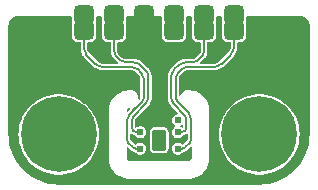
<source format=gbr>
%TF.GenerationSoftware,KiCad,Pcbnew,(7.0.0)*%
%TF.CreationDate,2023-06-10T23:31:31+02:00*%
%TF.ProjectId,TMP117 Breakout,544d5031-3137-4204-9272-65616b6f7574,rev?*%
%TF.SameCoordinates,Original*%
%TF.FileFunction,Copper,L2,Bot*%
%TF.FilePolarity,Positive*%
%FSLAX46Y46*%
G04 Gerber Fmt 4.6, Leading zero omitted, Abs format (unit mm)*
G04 Created by KiCad (PCBNEW (7.0.0)) date 2023-06-10 23:31:31*
%MOMM*%
%LPD*%
G01*
G04 APERTURE LIST*
G04 Aperture macros list*
%AMRoundRect*
0 Rectangle with rounded corners*
0 $1 Rounding radius*
0 $2 $3 $4 $5 $6 $7 $8 $9 X,Y pos of 4 corners*
0 Add a 4 corners polygon primitive as box body*
4,1,4,$2,$3,$4,$5,$6,$7,$8,$9,$2,$3,0*
0 Add four circle primitives for the rounded corners*
1,1,$1+$1,$2,$3*
1,1,$1+$1,$4,$5*
1,1,$1+$1,$6,$7*
1,1,$1+$1,$8,$9*
0 Add four rect primitives between the rounded corners*
20,1,$1+$1,$2,$3,$4,$5,0*
20,1,$1+$1,$4,$5,$6,$7,0*
20,1,$1+$1,$6,$7,$8,$9,0*
20,1,$1+$1,$8,$9,$2,$3,0*%
G04 Aperture macros list end*
%TA.AperFunction,ComponentPad*%
%ADD10C,0.800000*%
%TD*%
%TA.AperFunction,ComponentPad*%
%ADD11C,6.400000*%
%TD*%
%TA.AperFunction,ComponentPad*%
%ADD12RoundRect,0.425000X0.425000X-0.425000X0.425000X0.425000X-0.425000X0.425000X-0.425000X-0.425000X0*%
%TD*%
%TA.AperFunction,ViaPad*%
%ADD13C,0.609600*%
%TD*%
%TA.AperFunction,Conductor*%
%ADD14C,0.152400*%
%TD*%
G04 APERTURE END LIST*
D10*
%TO.P,H1,1*%
%TO.N,N/C*%
X146100000Y-99500000D03*
X146802944Y-97802944D03*
X146802944Y-101197056D03*
X148500000Y-97100000D03*
D11*
X148500000Y-99500000D03*
D10*
X148500000Y-101900000D03*
X150197056Y-97802944D03*
X150197056Y-101197056D03*
X150900000Y-99500000D03*
%TD*%
%TO.P,H2,1*%
%TO.N,N/C*%
X129100000Y-99500000D03*
X129802944Y-97802944D03*
X129802944Y-101197056D03*
X131500000Y-97100000D03*
D11*
X131500000Y-99500000D03*
D10*
X131500000Y-101900000D03*
X133197056Y-97802944D03*
X133197056Y-101197056D03*
X133900000Y-99500000D03*
%TD*%
D12*
%TO.P,J1,1,Pin_1*%
%TO.N,/ALERT*%
X133650000Y-90635000D03*
X133650000Y-89365000D03*
%TO.P,J1,2,Pin_2*%
%TO.N,/SCL*%
X136190000Y-90635000D03*
X136190000Y-89365000D03*
%TO.P,J1,3,Pin_3*%
%TO.N,GND*%
X138730000Y-90635000D03*
X138730000Y-89365000D03*
%TO.P,J1,4,Pin_4*%
%TO.N,VCC*%
X141270000Y-90635000D03*
X141270000Y-89365000D03*
%TO.P,J1,5,Pin_5*%
%TO.N,/SDA*%
X143810000Y-90635000D03*
X143810000Y-89365000D03*
%TO.P,J1,6,Pin_6*%
%TO.N,/ADD0*%
X146350000Y-90635000D03*
X146350000Y-89365000D03*
%TD*%
D13*
%TO.N,GND*%
X138400000Y-98300000D03*
%TO.N,/SCL*%
X138400000Y-99300000D03*
%TO.N,/ALERT*%
X138400000Y-100700000D03*
%TO.N,/ADD0*%
X141600000Y-100700000D03*
%TO.N,/SDA*%
X141600000Y-99300000D03*
%TO.N,VCC*%
X141600000Y-98300000D03*
%TO.N,/EP*%
X140000000Y-99600000D03*
X140000000Y-100400000D03*
%TD*%
D14*
%TO.N,/SCL*%
X136190000Y-90635000D02*
X136190000Y-92463726D01*
X138850000Y-96950000D02*
X137850000Y-97950000D01*
X137182842Y-93400000D02*
X137775736Y-93400000D01*
X137700000Y-98300000D02*
X137700000Y-98958579D01*
X136350000Y-92850000D02*
X136700000Y-93200000D01*
X139097941Y-94648582D02*
X139097941Y-96430311D01*
X137850000Y-97950000D02*
X137841421Y-97958578D01*
X138041421Y-99300000D02*
X138400000Y-99300000D01*
X138500000Y-93700000D02*
X138850000Y-94050000D01*
X138499989Y-93700011D02*
G75*
G03*
X137775736Y-93400000I-724289J-724289D01*
G01*
X137841430Y-97958587D02*
G75*
G03*
X137700000Y-98300000I341370J-341413D01*
G01*
X137799994Y-99200006D02*
G75*
G03*
X138041421Y-99300000I241406J241406D01*
G01*
X138850011Y-96950011D02*
G75*
G03*
X139097941Y-96430311I-618411J614011D01*
G01*
X139097948Y-94648582D02*
G75*
G03*
X138850000Y-94050000I-846548J-18D01*
G01*
X136189990Y-92463726D02*
G75*
G03*
X136350000Y-92850000I546310J26D01*
G01*
X136699987Y-93200013D02*
G75*
G03*
X137182842Y-93400000I482813J482813D01*
G01*
X137700009Y-98958579D02*
G75*
G03*
X137800000Y-99200000I341391J-21D01*
G01*
%TO.N,/ALERT*%
X138200000Y-94000000D02*
X138500000Y-94300000D01*
X138550000Y-96750000D02*
X137650000Y-97650000D01*
X137500816Y-97800816D02*
X138000816Y-97300816D01*
X137300000Y-98300000D02*
X137300000Y-98285628D01*
X135300000Y-93800000D02*
X137717158Y-93800000D01*
X133850000Y-92750000D02*
X134617157Y-93517157D01*
X137300000Y-99958579D02*
X137300000Y-98300000D01*
X133650000Y-90635000D02*
X133650000Y-92267158D01*
X137800000Y-100600000D02*
X137400000Y-100200000D01*
X138400000Y-100700000D02*
X138041421Y-100700000D01*
X138697995Y-94778002D02*
X138697995Y-96455028D01*
X137300009Y-99958579D02*
G75*
G03*
X137400000Y-100200000I341391J-21D01*
G01*
X133650018Y-92267158D02*
G75*
G03*
X133850000Y-92750000I682782J-42D01*
G01*
X137799994Y-100600006D02*
G75*
G03*
X138041421Y-100700000I241406J241406D01*
G01*
X137500808Y-97800808D02*
G75*
G03*
X137300000Y-98285628I484792J-484792D01*
G01*
X134617154Y-93517160D02*
G75*
G03*
X135300000Y-93800000I682846J682860D01*
G01*
X138697994Y-94778002D02*
G75*
G03*
X138500000Y-94300000I-675994J2D01*
G01*
X138200013Y-93999987D02*
G75*
G03*
X137717158Y-93800000I-482813J-482813D01*
G01*
X138549988Y-96749988D02*
G75*
G03*
X138697994Y-96455028I-381588J376088D01*
G01*
%TO.N,/ADD0*%
X141600000Y-96800000D02*
X142500000Y-97700000D01*
X141402655Y-94776432D02*
X141402655Y-96406707D01*
X141958579Y-93941421D02*
X141600000Y-94300000D01*
X144575736Y-93800000D02*
X142300000Y-93800000D01*
X142700000Y-98182842D02*
X142700000Y-99958579D01*
X146050000Y-92750000D02*
X145300000Y-93500000D01*
X141958579Y-100700000D02*
X141600000Y-100700000D01*
X142600000Y-100200000D02*
X142200000Y-100600000D01*
X146350000Y-90635000D02*
X146350000Y-92025736D01*
X141958579Y-100699991D02*
G75*
G03*
X142200000Y-100600000I21J341391D01*
G01*
X142600006Y-100200006D02*
G75*
G03*
X142700000Y-99958579I-241406J241406D01*
G01*
X142300000Y-93799988D02*
G75*
G03*
X141958579Y-93941421I0J-482812D01*
G01*
X142699982Y-98182842D02*
G75*
G03*
X142500000Y-97700000I-682782J42D01*
G01*
X144575736Y-93800014D02*
G75*
G03*
X145299999Y-93499999I-36J1024314D01*
G01*
X141402662Y-96406706D02*
G75*
G03*
X141600001Y-96799999I706238J108206D01*
G01*
X146049989Y-92749989D02*
G75*
G03*
X146350000Y-92025736I-724289J724289D01*
G01*
X141599990Y-94299990D02*
G75*
G03*
X141402655Y-94776432I476410J-476410D01*
G01*
%TO.N,/SDA*%
X142300000Y-98212132D02*
X142300000Y-98958579D01*
X143810000Y-90635000D02*
X143800000Y-90645000D01*
X143700000Y-92800000D02*
X143250000Y-93250000D01*
X141694484Y-93609392D02*
X141301938Y-94001938D01*
X141001938Y-94726202D02*
X141001938Y-96430325D01*
X143800000Y-90645000D02*
X143800000Y-92558579D01*
X142887868Y-93400000D02*
X142200000Y-93400000D01*
X141250000Y-96950000D02*
X142150000Y-97850000D01*
X141958579Y-99300000D02*
X141600000Y-99300000D01*
X142200006Y-99200006D02*
G75*
G03*
X142300000Y-98958579I-241406J241406D01*
G01*
X141958579Y-99299991D02*
G75*
G03*
X142200000Y-99200000I21J341391D01*
G01*
X142299986Y-98212132D02*
G75*
G03*
X142149999Y-97850001I-512086J32D01*
G01*
X142887868Y-93399986D02*
G75*
G03*
X143249999Y-93249999I32J512086D01*
G01*
X143700006Y-92800006D02*
G75*
G03*
X143800000Y-92558579I-241406J241406D01*
G01*
X142200000Y-93399999D02*
G75*
G03*
X141694485Y-93609393I0J-714901D01*
G01*
X141301937Y-94001937D02*
G75*
G03*
X141001938Y-94726202I724263J-724263D01*
G01*
X141001943Y-96430324D02*
G75*
G03*
X141250001Y-96949999I867457J95024D01*
G01*
%TD*%
%TA.AperFunction,Conductor*%
%TO.N,/EP*%
G36*
X140352037Y-99101200D02*
G01*
X140431009Y-99116909D01*
X140453539Y-99126242D01*
X140515268Y-99167489D01*
X140532510Y-99184731D01*
X140573757Y-99246460D01*
X140583090Y-99268990D01*
X140598799Y-99347961D01*
X140600000Y-99360155D01*
X140600000Y-100639845D01*
X140598799Y-100652039D01*
X140583090Y-100731009D01*
X140573757Y-100753539D01*
X140532510Y-100815268D01*
X140515268Y-100832510D01*
X140453539Y-100873757D01*
X140431009Y-100883090D01*
X140383570Y-100892526D01*
X140352036Y-100898799D01*
X140339845Y-100900000D01*
X139660155Y-100900000D01*
X139647963Y-100898799D01*
X139601890Y-100889634D01*
X139568990Y-100883090D01*
X139546460Y-100873757D01*
X139484731Y-100832510D01*
X139467489Y-100815268D01*
X139426242Y-100753539D01*
X139416909Y-100731009D01*
X139401200Y-100652037D01*
X139400000Y-100639845D01*
X139400000Y-99360155D01*
X139401201Y-99347962D01*
X139401201Y-99347961D01*
X139416910Y-99268988D01*
X139426240Y-99246462D01*
X139467488Y-99184731D01*
X139484731Y-99167489D01*
X139504599Y-99154212D01*
X139546462Y-99126240D01*
X139568988Y-99116910D01*
X139647962Y-99101200D01*
X139660155Y-99100000D01*
X140339845Y-99100000D01*
X140352037Y-99101200D01*
G37*
%TD.AperFunction*%
%TD*%
%TA.AperFunction,Conductor*%
%TO.N,GND*%
G36*
X140201195Y-89518806D02*
G01*
X140219501Y-89563000D01*
X140219501Y-89853162D01*
X140219597Y-89854386D01*
X140219598Y-89854404D01*
X140222040Y-89885440D01*
X140222291Y-89888627D01*
X140223181Y-89891693D01*
X140223182Y-89891694D01*
X140249581Y-89982562D01*
X140249581Y-90017434D01*
X140222291Y-90111373D01*
X140222040Y-90114556D01*
X140222040Y-90114559D01*
X140219597Y-90145598D01*
X140219596Y-90145610D01*
X140219500Y-90146837D01*
X140219500Y-90148074D01*
X140219500Y-90148075D01*
X140219500Y-91121922D01*
X140219500Y-91121947D01*
X140219501Y-91123162D01*
X140219597Y-91124385D01*
X140219598Y-91124404D01*
X140222040Y-91155440D01*
X140222291Y-91158627D01*
X140266382Y-91310390D01*
X140268385Y-91313777D01*
X140268386Y-91313779D01*
X140344827Y-91443034D01*
X140344829Y-91443036D01*
X140346830Y-91446420D01*
X140458580Y-91558170D01*
X140594610Y-91638618D01*
X140746373Y-91682709D01*
X140781837Y-91685500D01*
X141758162Y-91685499D01*
X141793627Y-91682709D01*
X141945390Y-91638618D01*
X142081420Y-91558170D01*
X142193170Y-91446420D01*
X142273618Y-91310390D01*
X142317709Y-91158627D01*
X142320500Y-91123163D01*
X142320499Y-90146838D01*
X142317709Y-90111373D01*
X142290417Y-90017434D01*
X142290417Y-89982566D01*
X142317709Y-89888627D01*
X142320500Y-89853163D01*
X142320500Y-89563000D01*
X142338806Y-89518806D01*
X142383000Y-89500500D01*
X142697001Y-89500500D01*
X142741195Y-89518806D01*
X142759501Y-89563000D01*
X142759501Y-89853162D01*
X142759597Y-89854386D01*
X142759598Y-89854404D01*
X142762040Y-89885440D01*
X142762291Y-89888627D01*
X142763181Y-89891693D01*
X142763182Y-89891694D01*
X142789581Y-89982562D01*
X142789581Y-90017434D01*
X142762291Y-90111373D01*
X142762040Y-90114556D01*
X142762040Y-90114559D01*
X142759597Y-90145598D01*
X142759596Y-90145610D01*
X142759500Y-90146837D01*
X142759500Y-90148074D01*
X142759500Y-90148075D01*
X142759500Y-91121922D01*
X142759500Y-91121947D01*
X142759501Y-91123162D01*
X142759597Y-91124385D01*
X142759598Y-91124404D01*
X142762040Y-91155440D01*
X142762291Y-91158627D01*
X142806382Y-91310390D01*
X142808385Y-91313777D01*
X142808386Y-91313779D01*
X142884827Y-91443034D01*
X142884829Y-91443036D01*
X142886830Y-91446420D01*
X142998580Y-91558170D01*
X143134610Y-91638618D01*
X143286373Y-91682709D01*
X143321837Y-91685500D01*
X143460800Y-91685500D01*
X143504994Y-91703806D01*
X143523300Y-91747999D01*
X143523300Y-92509798D01*
X143523297Y-92509806D01*
X143523297Y-92509826D01*
X143523297Y-92509827D01*
X143523299Y-92554497D01*
X143522765Y-92562651D01*
X143522169Y-92567182D01*
X143517917Y-92583018D01*
X143517752Y-92583415D01*
X143509625Y-92597472D01*
X143506886Y-92601042D01*
X143501493Y-92607192D01*
X143057240Y-93051445D01*
X143051093Y-93056836D01*
X143012116Y-93086743D01*
X142997985Y-93094901D01*
X142956417Y-93112118D01*
X142940655Y-93116341D01*
X142891837Y-93122765D01*
X142883680Y-93123299D01*
X142839116Y-93123297D01*
X142839096Y-93123297D01*
X142839089Y-93123299D01*
X142839083Y-93123300D01*
X142200002Y-93123300D01*
X142200000Y-93123300D01*
X142200000Y-93123299D01*
X142121959Y-93123299D01*
X142119537Y-93123682D01*
X142119532Y-93123683D01*
X141970224Y-93147331D01*
X141970216Y-93147332D01*
X141967797Y-93147716D01*
X141965460Y-93148475D01*
X141965457Y-93148476D01*
X141821690Y-93195189D01*
X141821679Y-93195193D01*
X141819354Y-93195949D01*
X141817174Y-93197059D01*
X141817166Y-93197063D01*
X141682471Y-93265694D01*
X141682459Y-93265700D01*
X141680283Y-93266810D01*
X141678296Y-93268252D01*
X141678292Y-93268256D01*
X141555992Y-93357113D01*
X141555984Y-93357119D01*
X141554010Y-93358554D01*
X141552283Y-93360280D01*
X141552277Y-93360286D01*
X141535402Y-93377161D01*
X141106281Y-93806281D01*
X141035619Y-93876941D01*
X141035612Y-93876948D01*
X141033881Y-93878680D01*
X141032445Y-93880656D01*
X141032436Y-93880667D01*
X140956141Y-93985680D01*
X140913517Y-94044348D01*
X140912403Y-94046532D01*
X140912400Y-94046539D01*
X140826452Y-94215223D01*
X140820551Y-94226805D01*
X140819793Y-94229136D01*
X140819792Y-94229140D01*
X140769730Y-94383216D01*
X140757271Y-94421559D01*
X140756887Y-94423978D01*
X140756886Y-94423986D01*
X140732438Y-94578353D01*
X140725238Y-94623814D01*
X140725238Y-94626274D01*
X140725238Y-96389431D01*
X140723447Y-96404283D01*
X140721570Y-96411956D01*
X140722165Y-96417388D01*
X140722165Y-96417391D01*
X140724866Y-96442044D01*
X140725238Y-96448850D01*
X140725238Y-96455965D01*
X140725766Y-96458792D01*
X140725767Y-96458798D01*
X140727615Y-96468684D01*
X140728303Y-96473332D01*
X140735118Y-96535307D01*
X140735121Y-96535324D01*
X140735349Y-96537397D01*
X140735849Y-96539412D01*
X140735852Y-96539424D01*
X140772182Y-96685597D01*
X140772185Y-96685606D01*
X140772690Y-96687638D01*
X140773467Y-96689595D01*
X140773468Y-96689597D01*
X140829063Y-96829559D01*
X140829840Y-96831515D01*
X140905766Y-96966430D01*
X140907034Y-96968108D01*
X140997830Y-97088269D01*
X140997834Y-97088274D01*
X140999097Y-97089945D01*
X141017280Y-97108282D01*
X141017570Y-97108633D01*
X141017769Y-97109082D01*
X141053825Y-97145138D01*
X141053957Y-97145335D01*
X141053990Y-97145303D01*
X141087967Y-97179541D01*
X141088364Y-97179728D01*
X141088684Y-97179997D01*
X141596693Y-97688006D01*
X141614999Y-97732200D01*
X141596693Y-97776394D01*
X141552499Y-97794700D01*
X141527349Y-97794700D01*
X141523060Y-97795959D01*
X141523055Y-97795960D01*
X141392222Y-97834377D01*
X141392219Y-97834377D01*
X141387932Y-97835637D01*
X141384173Y-97838052D01*
X141384170Y-97838054D01*
X141269457Y-97911775D01*
X141269452Y-97911778D01*
X141265696Y-97914193D01*
X141262771Y-97917567D01*
X141262768Y-97917571D01*
X141173469Y-98020627D01*
X141173465Y-98020631D01*
X141170543Y-98024005D01*
X141168688Y-98028066D01*
X141168686Y-98028070D01*
X141112040Y-98152109D01*
X141112038Y-98152113D01*
X141110183Y-98156177D01*
X141109547Y-98160594D01*
X141109546Y-98160601D01*
X141098267Y-98239050D01*
X141089504Y-98300000D01*
X141090140Y-98304423D01*
X141109546Y-98439398D01*
X141109547Y-98439403D01*
X141110183Y-98443823D01*
X141170543Y-98575995D01*
X141265696Y-98685807D01*
X141269457Y-98688224D01*
X141361571Y-98747422D01*
X141386844Y-98779558D01*
X141386844Y-98820442D01*
X141361571Y-98852578D01*
X141269457Y-98911775D01*
X141269452Y-98911778D01*
X141265696Y-98914193D01*
X141262771Y-98917567D01*
X141262768Y-98917571D01*
X141173469Y-99020627D01*
X141173465Y-99020631D01*
X141170543Y-99024005D01*
X141168688Y-99028066D01*
X141168686Y-99028070D01*
X141112040Y-99152109D01*
X141112038Y-99152113D01*
X141110183Y-99156177D01*
X141109547Y-99160594D01*
X141109546Y-99160601D01*
X141091281Y-99287636D01*
X141089504Y-99300000D01*
X141090140Y-99304423D01*
X141109546Y-99439398D01*
X141109547Y-99439403D01*
X141110183Y-99443823D01*
X141112039Y-99447888D01*
X141112040Y-99447890D01*
X141160021Y-99552954D01*
X141170543Y-99575995D01*
X141265696Y-99685807D01*
X141387932Y-99764363D01*
X141527349Y-99805300D01*
X141668178Y-99805300D01*
X141672651Y-99805300D01*
X141812068Y-99764363D01*
X141934304Y-99685807D01*
X142016779Y-99590625D01*
X142051823Y-99570255D01*
X142138868Y-99552945D01*
X142251363Y-99506352D01*
X142270575Y-99493515D01*
X142326078Y-99456432D01*
X142368959Y-99446434D01*
X142407790Y-99467190D01*
X142423300Y-99508399D01*
X142423300Y-99909798D01*
X142423297Y-99909806D01*
X142423297Y-99909826D01*
X142423297Y-99909827D01*
X142423299Y-99954497D01*
X142422765Y-99962651D01*
X142422169Y-99967182D01*
X142417917Y-99983018D01*
X142417752Y-99983415D01*
X142409625Y-99997472D01*
X142406886Y-100001042D01*
X142401493Y-100007192D01*
X142056137Y-100352548D01*
X142026678Y-100369092D01*
X141992912Y-100367886D01*
X141964709Y-100349283D01*
X141934304Y-100314193D01*
X141812068Y-100235637D01*
X141799958Y-100232081D01*
X141676944Y-100195960D01*
X141676940Y-100195959D01*
X141672651Y-100194700D01*
X141527349Y-100194700D01*
X141523060Y-100195959D01*
X141523055Y-100195960D01*
X141392222Y-100234377D01*
X141392219Y-100234377D01*
X141387932Y-100235637D01*
X141384173Y-100238052D01*
X141384170Y-100238054D01*
X141269457Y-100311775D01*
X141269452Y-100311778D01*
X141265696Y-100314193D01*
X141262771Y-100317567D01*
X141262768Y-100317571D01*
X141173469Y-100420627D01*
X141173465Y-100420631D01*
X141170543Y-100424005D01*
X141168688Y-100428066D01*
X141168686Y-100428070D01*
X141112040Y-100552109D01*
X141112038Y-100552113D01*
X141110183Y-100556177D01*
X141109547Y-100560594D01*
X141109546Y-100560601D01*
X141091281Y-100687636D01*
X141089504Y-100700000D01*
X141090140Y-100704423D01*
X141109546Y-100839398D01*
X141109547Y-100839403D01*
X141110183Y-100843823D01*
X141112039Y-100847888D01*
X141112040Y-100847890D01*
X141160021Y-100952954D01*
X141170543Y-100975995D01*
X141173468Y-100979371D01*
X141173469Y-100979372D01*
X141224041Y-101037735D01*
X141265696Y-101085807D01*
X141387932Y-101164363D01*
X141527349Y-101205300D01*
X141668178Y-101205300D01*
X141672651Y-101205300D01*
X141812068Y-101164363D01*
X141934304Y-101085807D01*
X142016779Y-100990625D01*
X142051823Y-100970255D01*
X142138868Y-100952945D01*
X142251363Y-100906352D01*
X142352607Y-100838706D01*
X142365841Y-100825472D01*
X142642805Y-100548507D01*
X142687000Y-100530201D01*
X142731194Y-100548507D01*
X142749500Y-100592701D01*
X142749500Y-101495078D01*
X142748730Y-101504855D01*
X142738836Y-101567322D01*
X142732794Y-101585919D01*
X142706343Y-101637832D01*
X142694849Y-101653652D01*
X142653652Y-101694849D01*
X142637832Y-101706343D01*
X142585919Y-101732794D01*
X142567322Y-101738836D01*
X142504855Y-101748730D01*
X142495078Y-101749500D01*
X137504922Y-101749500D01*
X137495145Y-101748731D01*
X137432677Y-101738837D01*
X137414080Y-101732794D01*
X137362167Y-101706343D01*
X137346347Y-101694849D01*
X137305150Y-101653652D01*
X137293656Y-101637832D01*
X137267205Y-101585919D01*
X137261162Y-101567321D01*
X137251269Y-101504854D01*
X137250500Y-101495078D01*
X137250500Y-100592701D01*
X137268806Y-100548507D01*
X137313000Y-100530201D01*
X137357194Y-100548507D01*
X137604326Y-100795639D01*
X137604340Y-100795659D01*
X137604337Y-100795663D01*
X137647388Y-100838713D01*
X137748632Y-100906360D01*
X137861130Y-100952954D01*
X137948186Y-100970266D01*
X137983230Y-100990637D01*
X138024041Y-101037735D01*
X138065696Y-101085807D01*
X138187932Y-101164363D01*
X138327349Y-101205300D01*
X138468178Y-101205300D01*
X138472651Y-101205300D01*
X138612068Y-101164363D01*
X138734304Y-101085807D01*
X138829457Y-100975995D01*
X138889817Y-100843823D01*
X138910496Y-100700000D01*
X138901847Y-100639845D01*
X139194500Y-100639845D01*
X139194535Y-100640564D01*
X139194536Y-100640593D01*
X139195450Y-100659210D01*
X139195451Y-100659229D01*
X139195488Y-100659974D01*
X139195563Y-100660743D01*
X139195564Y-100660747D01*
X139196612Y-100671402D01*
X139196615Y-100671434D01*
X139196688Y-100672166D01*
X139199649Y-100692129D01*
X139199792Y-100692851D01*
X139199798Y-100692882D01*
X139215057Y-100769587D01*
X139215358Y-100771101D01*
X139227054Y-100809656D01*
X139227633Y-100811055D01*
X139227635Y-100811059D01*
X139235799Y-100830768D01*
X139235803Y-100830778D01*
X139236387Y-100832186D01*
X139255376Y-100867711D01*
X139256226Y-100868983D01*
X139256232Y-100868993D01*
X139280056Y-100904646D01*
X139296623Y-100929440D01*
X139322179Y-100960578D01*
X139339421Y-100977820D01*
X139370559Y-101003376D01*
X139411804Y-101030935D01*
X139421979Y-101037735D01*
X139432288Y-101044623D01*
X139467813Y-101063612D01*
X139490343Y-101072945D01*
X139528898Y-101084641D01*
X139607871Y-101100350D01*
X139627817Y-101103309D01*
X139640009Y-101104510D01*
X139660155Y-101105500D01*
X140339094Y-101105500D01*
X140339845Y-101105500D01*
X140359992Y-101104510D01*
X140372183Y-101103309D01*
X140392128Y-101100350D01*
X140471101Y-101084641D01*
X140509656Y-101072945D01*
X140532186Y-101063612D01*
X140567711Y-101044623D01*
X140629440Y-101003376D01*
X140660578Y-100977820D01*
X140677820Y-100960578D01*
X140703376Y-100929440D01*
X140744623Y-100867711D01*
X140763612Y-100832186D01*
X140772945Y-100809656D01*
X140784641Y-100771102D01*
X140800350Y-100692132D01*
X140803309Y-100672181D01*
X140804510Y-100659987D01*
X140805500Y-100639845D01*
X140805500Y-99360155D01*
X140804510Y-99340013D01*
X140803309Y-99327819D01*
X140800350Y-99307868D01*
X140784641Y-99228897D01*
X140772945Y-99190343D01*
X140763612Y-99167813D01*
X140744623Y-99132288D01*
X140703376Y-99070559D01*
X140677820Y-99039421D01*
X140660578Y-99022179D01*
X140629440Y-98996623D01*
X140597590Y-98975341D01*
X140568993Y-98956232D01*
X140568983Y-98956226D01*
X140567711Y-98955376D01*
X140566347Y-98954647D01*
X140533540Y-98937111D01*
X140532186Y-98936387D01*
X140530778Y-98935803D01*
X140530768Y-98935799D01*
X140511059Y-98927635D01*
X140511055Y-98927633D01*
X140509656Y-98927054D01*
X140508207Y-98926614D01*
X140508203Y-98926613D01*
X140472559Y-98915800D01*
X140472553Y-98915798D01*
X140471101Y-98915358D01*
X140469608Y-98915061D01*
X140469604Y-98915060D01*
X140392882Y-98899798D01*
X140392851Y-98899792D01*
X140392129Y-98899649D01*
X140391381Y-98899538D01*
X140391375Y-98899537D01*
X140372908Y-98896798D01*
X140372905Y-98896797D01*
X140372166Y-98896688D01*
X140371434Y-98896615D01*
X140371402Y-98896612D01*
X140360747Y-98895564D01*
X140360743Y-98895563D01*
X140359974Y-98895488D01*
X140359229Y-98895451D01*
X140359210Y-98895450D01*
X140340593Y-98894536D01*
X140340564Y-98894535D01*
X140339845Y-98894500D01*
X139660155Y-98894500D01*
X139659436Y-98894535D01*
X139659406Y-98894536D01*
X139640798Y-98895450D01*
X139640789Y-98895450D01*
X139640028Y-98895488D01*
X139639284Y-98895561D01*
X139639246Y-98895564D01*
X139628614Y-98896611D01*
X139628600Y-98896612D01*
X139627835Y-98896688D01*
X139627112Y-98896795D01*
X139627073Y-98896800D01*
X139608622Y-98899537D01*
X139608614Y-98899538D01*
X139607868Y-98899649D01*
X139607150Y-98899791D01*
X139607120Y-98899797D01*
X139530390Y-98915061D01*
X139530382Y-98915062D01*
X139528894Y-98915359D01*
X139527446Y-98915798D01*
X139527435Y-98915801D01*
X139491810Y-98926608D01*
X139491802Y-98926610D01*
X139490351Y-98927051D01*
X139488942Y-98927634D01*
X139488938Y-98927636D01*
X139469256Y-98935788D01*
X139469250Y-98935790D01*
X139467825Y-98936381D01*
X139466468Y-98937105D01*
X139466458Y-98937111D01*
X139433650Y-98954647D01*
X139433641Y-98954652D01*
X139432289Y-98955375D01*
X139431013Y-98956227D01*
X139431004Y-98956233D01*
X139371846Y-98995763D01*
X139371841Y-98995766D01*
X139370558Y-98996624D01*
X139369368Y-98997600D01*
X139369358Y-98997608D01*
X139340621Y-99021191D01*
X139340603Y-99021206D01*
X139339425Y-99022174D01*
X139338351Y-99023247D01*
X139338331Y-99023266D01*
X139323266Y-99038331D01*
X139323255Y-99038342D01*
X139322182Y-99039416D01*
X139321221Y-99040586D01*
X139321210Y-99040599D01*
X139297584Y-99069386D01*
X139297569Y-99069404D01*
X139296622Y-99070560D01*
X139255374Y-99132291D01*
X139254655Y-99133634D01*
X139254649Y-99133646D01*
X139237111Y-99166458D01*
X139237105Y-99166468D01*
X139236381Y-99167825D01*
X139227051Y-99190351D01*
X139226610Y-99191803D01*
X139226607Y-99191813D01*
X139215802Y-99227432D01*
X139215796Y-99227452D01*
X139215359Y-99228896D01*
X139215062Y-99230388D01*
X139215060Y-99230397D01*
X139202095Y-99295577D01*
X139199650Y-99307869D01*
X139199545Y-99308572D01*
X139199540Y-99308605D01*
X139196801Y-99327072D01*
X139196797Y-99327103D01*
X139196691Y-99327819D01*
X139196617Y-99328567D01*
X139196616Y-99328578D01*
X139195564Y-99339253D01*
X139195561Y-99339287D01*
X139195490Y-99340013D01*
X139195454Y-99340729D01*
X139195452Y-99340767D01*
X139194536Y-99359413D01*
X139194500Y-99360155D01*
X139194500Y-100639845D01*
X138901847Y-100639845D01*
X138889817Y-100556177D01*
X138829457Y-100424005D01*
X138734304Y-100314193D01*
X138612068Y-100235637D01*
X138599958Y-100232081D01*
X138476944Y-100195960D01*
X138476940Y-100195959D01*
X138472651Y-100194700D01*
X138327349Y-100194700D01*
X138323060Y-100195959D01*
X138323055Y-100195960D01*
X138192222Y-100234377D01*
X138192219Y-100234377D01*
X138187932Y-100235637D01*
X138184173Y-100238052D01*
X138184170Y-100238054D01*
X138069457Y-100311775D01*
X138069452Y-100311778D01*
X138065696Y-100314193D01*
X138062771Y-100317568D01*
X138062767Y-100317572D01*
X138035288Y-100349284D01*
X138007085Y-100367887D01*
X137973320Y-100369092D01*
X137943861Y-100352548D01*
X137598559Y-100007246D01*
X137593169Y-100001101D01*
X137590385Y-99997473D01*
X137582204Y-99983287D01*
X137582040Y-99982890D01*
X137577839Y-99967182D01*
X137577234Y-99962585D01*
X137576700Y-99954426D01*
X137576703Y-99909806D01*
X137576700Y-99909798D01*
X137576700Y-99508409D01*
X137592210Y-99467200D01*
X137631041Y-99446444D01*
X137673922Y-99456442D01*
X137748632Y-99506360D01*
X137861130Y-99552954D01*
X137948186Y-99570266D01*
X137983230Y-99590637D01*
X138065696Y-99685807D01*
X138187932Y-99764363D01*
X138327349Y-99805300D01*
X138468178Y-99805300D01*
X138472651Y-99805300D01*
X138612068Y-99764363D01*
X138734304Y-99685807D01*
X138829457Y-99575995D01*
X138889817Y-99443823D01*
X138910496Y-99300000D01*
X138889817Y-99156177D01*
X138829457Y-99024005D01*
X138734304Y-98914193D01*
X138727465Y-98909798D01*
X138615829Y-98838054D01*
X138615828Y-98838053D01*
X138612068Y-98835637D01*
X138607777Y-98834377D01*
X138476944Y-98795960D01*
X138476940Y-98795959D01*
X138472651Y-98794700D01*
X138327349Y-98794700D01*
X138323060Y-98795959D01*
X138323055Y-98795960D01*
X138192222Y-98834377D01*
X138192219Y-98834377D01*
X138187932Y-98835637D01*
X138184173Y-98838052D01*
X138184170Y-98838054D01*
X138072990Y-98909505D01*
X138030305Y-98918791D01*
X137991966Y-98897856D01*
X137976700Y-98856927D01*
X137976700Y-98304096D01*
X137977235Y-98295939D01*
X137979046Y-98282180D01*
X137982650Y-98254808D01*
X137986869Y-98239060D01*
X138001169Y-98204539D01*
X138009323Y-98190418D01*
X138034649Y-98157416D01*
X138040021Y-98151290D01*
X138043965Y-98147347D01*
X138071567Y-98119750D01*
X138071570Y-98119742D01*
X139011315Y-97179997D01*
X139011603Y-97179754D01*
X139011978Y-97179579D01*
X139032081Y-97159332D01*
X139045995Y-97145318D01*
X139046334Y-97144979D01*
X139046355Y-97144958D01*
X139046364Y-97144967D01*
X139046465Y-97144865D01*
X139048383Y-97142931D01*
X139048569Y-97142743D01*
X139048569Y-97142742D01*
X139063787Y-97127526D01*
X139064020Y-97127183D01*
X139064215Y-97126968D01*
X139100893Y-97089993D01*
X139194262Y-96966444D01*
X139270195Y-96831477D01*
X139327319Y-96687536D01*
X139364598Y-96537228D01*
X139368168Y-96504583D01*
X139372019Y-96488802D01*
X139374641Y-96482035D01*
X139374641Y-96448721D01*
X139375008Y-96441957D01*
X139377698Y-96417244D01*
X139378296Y-96411753D01*
X139376441Y-96404196D01*
X139374641Y-96389303D01*
X139374641Y-94697369D01*
X139374642Y-94697366D01*
X139374641Y-94648601D01*
X139374644Y-94648576D01*
X139374648Y-94648576D01*
X139374646Y-94560177D01*
X139346986Y-94385556D01*
X139292350Y-94217411D01*
X139237879Y-94110508D01*
X139213199Y-94062072D01*
X139213198Y-94062070D01*
X139212084Y-94059884D01*
X139158724Y-93986440D01*
X139109609Y-93918839D01*
X139109604Y-93918834D01*
X139108164Y-93916851D01*
X139079550Y-93888237D01*
X138677526Y-93486213D01*
X138677481Y-93486182D01*
X138677401Y-93486109D01*
X138624986Y-93433694D01*
X138623248Y-93431956D01*
X138457584Y-93311592D01*
X138439091Y-93302169D01*
X138277316Y-93219737D01*
X138277307Y-93219733D01*
X138275132Y-93218625D01*
X138272802Y-93217868D01*
X138272800Y-93217867D01*
X138182795Y-93188620D01*
X138080383Y-93155342D01*
X138077953Y-93154957D01*
X137880558Y-93123687D01*
X137880554Y-93123686D01*
X137878132Y-93123303D01*
X137875687Y-93123302D01*
X137875676Y-93123302D01*
X137827464Y-93123301D01*
X137827462Y-93123300D01*
X137827460Y-93123300D01*
X137827452Y-93123300D01*
X137775746Y-93123300D01*
X137726968Y-93123298D01*
X137726956Y-93123298D01*
X137726951Y-93123299D01*
X137726949Y-93123300D01*
X137231628Y-93123300D01*
X137231621Y-93123299D01*
X137231615Y-93123297D01*
X137231593Y-93123297D01*
X137185890Y-93123299D01*
X137179765Y-93122998D01*
X137109720Y-93116104D01*
X137097701Y-93113714D01*
X137033297Y-93094179D01*
X137021977Y-93089491D01*
X136962614Y-93057763D01*
X136952426Y-93050955D01*
X136898158Y-93006419D01*
X136893613Y-93002300D01*
X136548556Y-92657243D01*
X136543166Y-92651097D01*
X136529396Y-92633152D01*
X136507821Y-92605035D01*
X136499664Y-92590908D01*
X136479025Y-92541084D01*
X136474805Y-92525334D01*
X136467235Y-92467851D01*
X136466700Y-92459691D01*
X136466700Y-91747999D01*
X136485006Y-91703805D01*
X136529200Y-91685499D01*
X136676922Y-91685499D01*
X136678162Y-91685499D01*
X136713627Y-91682709D01*
X136865390Y-91638618D01*
X137001420Y-91558170D01*
X137113170Y-91446420D01*
X137193618Y-91310390D01*
X137237709Y-91158627D01*
X137240500Y-91123163D01*
X137240499Y-90146838D01*
X137237709Y-90111373D01*
X137210417Y-90017434D01*
X137210417Y-89982566D01*
X137237709Y-89888627D01*
X137240500Y-89853163D01*
X137240500Y-89563000D01*
X137258806Y-89518806D01*
X137303000Y-89500500D01*
X140157001Y-89500500D01*
X140201195Y-89518806D01*
G37*
%TD.AperFunction*%
%TD*%
%TA.AperFunction,NonConductor*%
G36*
X135121195Y-89518806D02*
G01*
X135139501Y-89563000D01*
X135139501Y-89853162D01*
X135139597Y-89854386D01*
X135139598Y-89854404D01*
X135142040Y-89885440D01*
X135142291Y-89888627D01*
X135143181Y-89891693D01*
X135143182Y-89891694D01*
X135169581Y-89982562D01*
X135169581Y-90017434D01*
X135142291Y-90111373D01*
X135142040Y-90114556D01*
X135142040Y-90114559D01*
X135139597Y-90145598D01*
X135139596Y-90145610D01*
X135139500Y-90146837D01*
X135139500Y-90148074D01*
X135139500Y-90148075D01*
X135139500Y-91121922D01*
X135139500Y-91121947D01*
X135139501Y-91123162D01*
X135139597Y-91124385D01*
X135139598Y-91124404D01*
X135142040Y-91155440D01*
X135142291Y-91158627D01*
X135186382Y-91310390D01*
X135188385Y-91313777D01*
X135188386Y-91313779D01*
X135264827Y-91443034D01*
X135264829Y-91443036D01*
X135266830Y-91446420D01*
X135378580Y-91558170D01*
X135514610Y-91638618D01*
X135666373Y-91682709D01*
X135701837Y-91685500D01*
X135850800Y-91685500D01*
X135894994Y-91703806D01*
X135913300Y-91747999D01*
X135913300Y-92414941D01*
X135913297Y-92414949D01*
X135913297Y-92414969D01*
X135913297Y-92414970D01*
X135913299Y-92463701D01*
X135913295Y-92463739D01*
X135913290Y-92463739D01*
X135913290Y-92463777D01*
X135913290Y-92463778D01*
X135913292Y-92526053D01*
X135913292Y-92526064D01*
X135913293Y-92528508D01*
X135913676Y-92530930D01*
X135913677Y-92530933D01*
X135933178Y-92654030D01*
X135933180Y-92654039D01*
X135933562Y-92656449D01*
X135934314Y-92658765D01*
X135934317Y-92658775D01*
X135961265Y-92741703D01*
X135973594Y-92779644D01*
X135974708Y-92781830D01*
X135974710Y-92781835D01*
X136021290Y-92873248D01*
X136032405Y-92895061D01*
X136033849Y-92897048D01*
X136033850Y-92897050D01*
X136105512Y-92995683D01*
X136108546Y-92999858D01*
X136110284Y-93001596D01*
X136117768Y-93009080D01*
X136117769Y-93009082D01*
X136504311Y-93395624D01*
X136504337Y-93395662D01*
X136504331Y-93395669D01*
X136504363Y-93395701D01*
X136504366Y-93395705D01*
X136525267Y-93416606D01*
X136543573Y-93460800D01*
X136525267Y-93504994D01*
X136481073Y-93523300D01*
X135303070Y-93523300D01*
X135296944Y-93522999D01*
X135171711Y-93510664D01*
X135159695Y-93508274D01*
X135042222Y-93472640D01*
X135030905Y-93467952D01*
X134966811Y-93433694D01*
X134922647Y-93410088D01*
X134912460Y-93403282D01*
X134815216Y-93323478D01*
X134810671Y-93319358D01*
X134047831Y-92556518D01*
X134043720Y-92551983D01*
X133999054Y-92497557D01*
X133992251Y-92487375D01*
X133960526Y-92428018D01*
X133955838Y-92416698D01*
X133936303Y-92352292D01*
X133933913Y-92340273D01*
X133933169Y-92332718D01*
X133927000Y-92270049D01*
X133926700Y-92263924D01*
X133926703Y-92218385D01*
X133926700Y-92218377D01*
X133926700Y-91747999D01*
X133945006Y-91703805D01*
X133989200Y-91685499D01*
X134136922Y-91685499D01*
X134138162Y-91685499D01*
X134173627Y-91682709D01*
X134325390Y-91638618D01*
X134461420Y-91558170D01*
X134573170Y-91446420D01*
X134653618Y-91310390D01*
X134697709Y-91158627D01*
X134700500Y-91123163D01*
X134700499Y-90146838D01*
X134697709Y-90111373D01*
X134670417Y-90017434D01*
X134670417Y-89982566D01*
X134697709Y-89888627D01*
X134700500Y-89853163D01*
X134700500Y-89563000D01*
X134718806Y-89518806D01*
X134763000Y-89500500D01*
X135077001Y-89500500D01*
X135121195Y-89518806D01*
G37*
%TD.AperFunction*%
%TA.AperFunction,NonConductor*%
G36*
X145281195Y-89518806D02*
G01*
X145299501Y-89563000D01*
X145299501Y-89853162D01*
X145299597Y-89854386D01*
X145299598Y-89854404D01*
X145302040Y-89885440D01*
X145302291Y-89888627D01*
X145303181Y-89891693D01*
X145303182Y-89891694D01*
X145329581Y-89982562D01*
X145329581Y-90017434D01*
X145302291Y-90111373D01*
X145302040Y-90114556D01*
X145302040Y-90114559D01*
X145299597Y-90145598D01*
X145299596Y-90145610D01*
X145299500Y-90146837D01*
X145299500Y-90148074D01*
X145299500Y-90148075D01*
X145299500Y-91121922D01*
X145299500Y-91121947D01*
X145299501Y-91123162D01*
X145299597Y-91124385D01*
X145299598Y-91124404D01*
X145302040Y-91155440D01*
X145302291Y-91158627D01*
X145346382Y-91310390D01*
X145348385Y-91313777D01*
X145348386Y-91313779D01*
X145424827Y-91443034D01*
X145424829Y-91443036D01*
X145426830Y-91446420D01*
X145538580Y-91558170D01*
X145674610Y-91638618D01*
X145826373Y-91682709D01*
X145861837Y-91685500D01*
X146010800Y-91685500D01*
X146054994Y-91703806D01*
X146073300Y-91748000D01*
X146073300Y-92022653D01*
X146072999Y-92028781D01*
X146059534Y-92165445D01*
X146057143Y-92177461D01*
X146018174Y-92305912D01*
X146013486Y-92317231D01*
X145950204Y-92435621D01*
X145943397Y-92445808D01*
X145856186Y-92552074D01*
X145852067Y-92556618D01*
X145106516Y-93302169D01*
X145101972Y-93306288D01*
X144995816Y-93393409D01*
X144985629Y-93400216D01*
X144867237Y-93463499D01*
X144855918Y-93468187D01*
X144727464Y-93507157D01*
X144715448Y-93509548D01*
X144578923Y-93522999D01*
X144572795Y-93523300D01*
X143518901Y-93523300D01*
X143474707Y-93504994D01*
X143456401Y-93460800D01*
X143474707Y-93416606D01*
X143579721Y-93311592D01*
X143895632Y-92995679D01*
X143895659Y-92995659D01*
X143895663Y-92995663D01*
X143938713Y-92952612D01*
X144006360Y-92851368D01*
X144052954Y-92738870D01*
X144076704Y-92619444D01*
X144076700Y-92558562D01*
X144076700Y-92554082D01*
X144076700Y-91747999D01*
X144095006Y-91703805D01*
X144139200Y-91685499D01*
X144296922Y-91685499D01*
X144298162Y-91685499D01*
X144333627Y-91682709D01*
X144485390Y-91638618D01*
X144621420Y-91558170D01*
X144733170Y-91446420D01*
X144813618Y-91310390D01*
X144857709Y-91158627D01*
X144860500Y-91123163D01*
X144860499Y-90146838D01*
X144857709Y-90111373D01*
X144830417Y-90017434D01*
X144830417Y-89982566D01*
X144857709Y-89888627D01*
X144860500Y-89853163D01*
X144860500Y-89563000D01*
X144878806Y-89518806D01*
X144923000Y-89500500D01*
X145237001Y-89500500D01*
X145281195Y-89518806D01*
G37*
%TD.AperFunction*%
%TA.AperFunction,NonConductor*%
G36*
X137551493Y-97268806D02*
G01*
X137569799Y-97313000D01*
X137551493Y-97357194D01*
X137438257Y-97470429D01*
X137438252Y-97470434D01*
X137436213Y-97472474D01*
X137434580Y-97474857D01*
X137432736Y-97477078D01*
X137432568Y-97476938D01*
X137428570Y-97481747D01*
X137357194Y-97553124D01*
X137325193Y-97570229D01*
X137289082Y-97566673D01*
X137261033Y-97543653D01*
X137250500Y-97508930D01*
X137250500Y-97504922D01*
X137251269Y-97495146D01*
X137261162Y-97432678D01*
X137267205Y-97414080D01*
X137286080Y-97377036D01*
X137293657Y-97362165D01*
X137305147Y-97346350D01*
X137346350Y-97305147D01*
X137362165Y-97293657D01*
X137414080Y-97267204D01*
X137432675Y-97261162D01*
X137471333Y-97255040D01*
X137495146Y-97251269D01*
X137504922Y-97250500D01*
X137507299Y-97250500D01*
X137551493Y-97268806D01*
G37*
%TD.AperFunction*%
%TA.AperFunction,NonConductor*%
G36*
X142008034Y-98702144D02*
G01*
X142023300Y-98743073D01*
X142023300Y-98856927D01*
X142008034Y-98897856D01*
X141969695Y-98918791D01*
X141927011Y-98909506D01*
X141838425Y-98852575D01*
X141813156Y-98820442D01*
X141813156Y-98779558D01*
X141838425Y-98747424D01*
X141927011Y-98690493D01*
X141969695Y-98681209D01*
X142008034Y-98702144D01*
G37*
%TD.AperFunction*%
%TA.AperFunction,NonConductor*%
G36*
X132581195Y-89518806D02*
G01*
X132599501Y-89563000D01*
X132599501Y-89853162D01*
X132599597Y-89854386D01*
X132599598Y-89854404D01*
X132602040Y-89885440D01*
X132602291Y-89888627D01*
X132603181Y-89891693D01*
X132603182Y-89891694D01*
X132629581Y-89982562D01*
X132629581Y-90017434D01*
X132602291Y-90111373D01*
X132602040Y-90114556D01*
X132602040Y-90114559D01*
X132599597Y-90145598D01*
X132599596Y-90145610D01*
X132599500Y-90146837D01*
X132599500Y-90148074D01*
X132599500Y-90148075D01*
X132599500Y-91121922D01*
X132599500Y-91121947D01*
X132599501Y-91123162D01*
X132599597Y-91124385D01*
X132599598Y-91124404D01*
X132602040Y-91155440D01*
X132602291Y-91158627D01*
X132646382Y-91310390D01*
X132648385Y-91313777D01*
X132648386Y-91313779D01*
X132724827Y-91443034D01*
X132724829Y-91443036D01*
X132726830Y-91446420D01*
X132838580Y-91558170D01*
X132974610Y-91638618D01*
X133126373Y-91682709D01*
X133161837Y-91685500D01*
X133310800Y-91685500D01*
X133354994Y-91703806D01*
X133373300Y-91747999D01*
X133373300Y-92292798D01*
X133373309Y-92292851D01*
X133373315Y-92292976D01*
X133373314Y-92330383D01*
X133373314Y-92342660D01*
X133373697Y-92345079D01*
X133373698Y-92345091D01*
X133396549Y-92489412D01*
X133396551Y-92489420D01*
X133396934Y-92491839D01*
X133397690Y-92494166D01*
X133397692Y-92494174D01*
X133442843Y-92633152D01*
X133442846Y-92633160D01*
X133443602Y-92635486D01*
X133512168Y-92770063D01*
X133513614Y-92772053D01*
X133599499Y-92890268D01*
X133599503Y-92890273D01*
X133600944Y-92892256D01*
X133602682Y-92893994D01*
X133617768Y-92909080D01*
X133617769Y-92909082D01*
X134386996Y-93678309D01*
X134387000Y-93678314D01*
X134387002Y-93678317D01*
X134387006Y-93678321D01*
X134387007Y-93678322D01*
X134404343Y-93695656D01*
X134421495Y-93712808D01*
X134421501Y-93712816D01*
X134421500Y-93712818D01*
X134490639Y-93781957D01*
X134492623Y-93783398D01*
X134492626Y-93783401D01*
X134593631Y-93856784D01*
X134648848Y-93896901D01*
X134823090Y-93985680D01*
X134991925Y-94040537D01*
X134997532Y-94042359D01*
X135009074Y-94046109D01*
X135202222Y-94076700D01*
X135248276Y-94076700D01*
X135300000Y-94076700D01*
X135348790Y-94076700D01*
X137668372Y-94076700D01*
X137668377Y-94076700D01*
X137668385Y-94076703D01*
X137714111Y-94076700D01*
X137720231Y-94077000D01*
X137790286Y-94083896D01*
X137802292Y-94086283D01*
X137866704Y-94105820D01*
X137878021Y-94110508D01*
X137916567Y-94131109D01*
X137933148Y-94139972D01*
X137937381Y-94142234D01*
X137947570Y-94149042D01*
X138001846Y-94193585D01*
X138006391Y-94197704D01*
X138301443Y-94492756D01*
X138306826Y-94498893D01*
X138362429Y-94571355D01*
X138362790Y-94571825D01*
X138370947Y-94585955D01*
X138404539Y-94667053D01*
X138408762Y-94682814D01*
X138420759Y-94773945D01*
X138421294Y-94782102D01*
X138421294Y-94825187D01*
X138421294Y-94826791D01*
X138421295Y-94826792D01*
X138421295Y-94826793D01*
X138421295Y-96417244D01*
X138419252Y-96433090D01*
X138412459Y-96459006D01*
X138407864Y-96471188D01*
X138389528Y-96507729D01*
X138382509Y-96518693D01*
X138365632Y-96539830D01*
X138334069Y-96560898D01*
X138296133Y-96559820D01*
X138265814Y-96536993D01*
X138254483Y-96501433D01*
X138254634Y-96500000D01*
X138238143Y-96343103D01*
X138189392Y-96193063D01*
X138110512Y-96056437D01*
X138004949Y-95939198D01*
X137877317Y-95846468D01*
X137851373Y-95834917D01*
X137736195Y-95783635D01*
X137736189Y-95783633D01*
X137733195Y-95782300D01*
X137729985Y-95781617D01*
X137729983Y-95781617D01*
X137582082Y-95750180D01*
X137582078Y-95750179D01*
X137578881Y-95749500D01*
X137544170Y-95749500D01*
X137500000Y-95749500D01*
X137374802Y-95749500D01*
X137372602Y-95749816D01*
X137372592Y-95749817D01*
X137129164Y-95784818D01*
X137129160Y-95784818D01*
X137126954Y-95785136D01*
X137124812Y-95785764D01*
X137124807Y-95785766D01*
X136888849Y-95855048D01*
X136888836Y-95855052D01*
X136886700Y-95855680D01*
X136884676Y-95856603D01*
X136884666Y-95856608D01*
X136660963Y-95958771D01*
X136660957Y-95958773D01*
X136658932Y-95959699D01*
X136657060Y-95960901D01*
X136657049Y-95960908D01*
X136450161Y-96093867D01*
X136450157Y-96093869D01*
X136448285Y-96095073D01*
X136446606Y-96096527D01*
X136446599Y-96096533D01*
X136260733Y-96257587D01*
X136260725Y-96257594D01*
X136259048Y-96259048D01*
X136257594Y-96260725D01*
X136257587Y-96260733D01*
X136096533Y-96446599D01*
X136096527Y-96446606D01*
X136095073Y-96448285D01*
X136093869Y-96450157D01*
X136093867Y-96450161D01*
X135960908Y-96657049D01*
X135960901Y-96657060D01*
X135959699Y-96658932D01*
X135958773Y-96660957D01*
X135958771Y-96660963D01*
X135856608Y-96884666D01*
X135856603Y-96884676D01*
X135855680Y-96886700D01*
X135855052Y-96888836D01*
X135855048Y-96888849D01*
X135785766Y-97124807D01*
X135785136Y-97126954D01*
X135784818Y-97129160D01*
X135784818Y-97129164D01*
X135749817Y-97372592D01*
X135749816Y-97372602D01*
X135749500Y-97374802D01*
X135749500Y-97475326D01*
X135749500Y-101455829D01*
X135749501Y-101455829D01*
X135749501Y-101499999D01*
X135749501Y-101625197D01*
X135749817Y-101627397D01*
X135749818Y-101627406D01*
X135784818Y-101870835D01*
X135785136Y-101873045D01*
X135785765Y-101875189D01*
X135785766Y-101875191D01*
X135850125Y-102094379D01*
X135855681Y-102113299D01*
X135856605Y-102115322D01*
X135856609Y-102115333D01*
X135949878Y-102319563D01*
X135959699Y-102341067D01*
X135960907Y-102342946D01*
X135960911Y-102342954D01*
X136093867Y-102549837D01*
X136093872Y-102549843D01*
X136095074Y-102551714D01*
X136096533Y-102553398D01*
X136096534Y-102553399D01*
X136192045Y-102663625D01*
X136259049Y-102740951D01*
X136448286Y-102904926D01*
X136450158Y-102906129D01*
X136450162Y-102906132D01*
X136657045Y-103039088D01*
X136657048Y-103039089D01*
X136658933Y-103040301D01*
X136660972Y-103041232D01*
X136884666Y-103143390D01*
X136884670Y-103143391D01*
X136886701Y-103144319D01*
X137126955Y-103214864D01*
X137374803Y-103250499D01*
X137475327Y-103250499D01*
X137500001Y-103250499D01*
X137544171Y-103250499D01*
X142455829Y-103250499D01*
X142524673Y-103250499D01*
X142622964Y-103250499D01*
X142625197Y-103250499D01*
X142873045Y-103214864D01*
X143113299Y-103144319D01*
X143341067Y-103040301D01*
X143551714Y-102904926D01*
X143740951Y-102740951D01*
X143904926Y-102551714D01*
X144040301Y-102341067D01*
X144144319Y-102113299D01*
X144214864Y-101873045D01*
X144250499Y-101625197D01*
X144250499Y-101499999D01*
X144250499Y-101455829D01*
X144250499Y-99500000D01*
X145094506Y-99500000D01*
X145094598Y-99501697D01*
X145111058Y-99805300D01*
X145114469Y-99868199D01*
X145114739Y-99869848D01*
X145114741Y-99869863D01*
X145173850Y-100230409D01*
X145173853Y-100230424D01*
X145174125Y-100232081D01*
X145272773Y-100587379D01*
X145273399Y-100588950D01*
X145273400Y-100588953D01*
X145384467Y-100867711D01*
X145409257Y-100929930D01*
X145410049Y-100931424D01*
X145410050Y-100931426D01*
X145554580Y-101204039D01*
X145581978Y-101255716D01*
X145788910Y-101560917D01*
X145789994Y-101562193D01*
X145790000Y-101562201D01*
X145938538Y-101737073D01*
X146027627Y-101841956D01*
X146028855Y-101843119D01*
X146261104Y-102063118D01*
X146295330Y-102095538D01*
X146588881Y-102318690D01*
X146715171Y-102394676D01*
X146903388Y-102507923D01*
X146903394Y-102507926D01*
X146904838Y-102508795D01*
X147239497Y-102663625D01*
X147588934Y-102781364D01*
X147949052Y-102860632D01*
X148315630Y-102900500D01*
X148682670Y-102900500D01*
X148684370Y-102900500D01*
X149050948Y-102860632D01*
X149411066Y-102781364D01*
X149760503Y-102663625D01*
X150095162Y-102508795D01*
X150411119Y-102318690D01*
X150704670Y-102095538D01*
X150972373Y-101841956D01*
X151211090Y-101560917D01*
X151418022Y-101255716D01*
X151590743Y-100929930D01*
X151727227Y-100587379D01*
X151825875Y-100232081D01*
X151885531Y-99868199D01*
X151905494Y-99500000D01*
X151885531Y-99131801D01*
X151834486Y-98820442D01*
X151826149Y-98769590D01*
X151826148Y-98769589D01*
X151825875Y-98767919D01*
X151727227Y-98412621D01*
X151590743Y-98070070D01*
X151418022Y-97744284D01*
X151211090Y-97439083D01*
X151189852Y-97414080D01*
X150973467Y-97159332D01*
X150972373Y-97158044D01*
X150771874Y-96968121D01*
X150705893Y-96905620D01*
X150705888Y-96905615D01*
X150704670Y-96904462D01*
X150684131Y-96888849D01*
X150412470Y-96682337D01*
X150412469Y-96682336D01*
X150411119Y-96681310D01*
X150210993Y-96560898D01*
X150096611Y-96492076D01*
X150096599Y-96492069D01*
X150095162Y-96491205D01*
X150093628Y-96490495D01*
X150093620Y-96490491D01*
X149762048Y-96337090D01*
X149760503Y-96336375D01*
X149758891Y-96335832D01*
X149758889Y-96335831D01*
X149412673Y-96219177D01*
X149412665Y-96219174D01*
X149411066Y-96218636D01*
X149409429Y-96218275D01*
X149409416Y-96218272D01*
X149052604Y-96139732D01*
X149052594Y-96139730D01*
X149050948Y-96139368D01*
X149049273Y-96139185D01*
X149049262Y-96139184D01*
X148686056Y-96099683D01*
X148686049Y-96099682D01*
X148684370Y-96099500D01*
X148315630Y-96099500D01*
X148313951Y-96099682D01*
X148313943Y-96099683D01*
X147950737Y-96139184D01*
X147950723Y-96139186D01*
X147949052Y-96139368D01*
X147947408Y-96139729D01*
X147947395Y-96139732D01*
X147590583Y-96218272D01*
X147590565Y-96218276D01*
X147588934Y-96218636D01*
X147587339Y-96219173D01*
X147587326Y-96219177D01*
X147241110Y-96335831D01*
X147241101Y-96335834D01*
X147239497Y-96336375D01*
X147237955Y-96337088D01*
X147237951Y-96337090D01*
X146906379Y-96490491D01*
X146906363Y-96490499D01*
X146904838Y-96491205D01*
X146903408Y-96492065D01*
X146903388Y-96492076D01*
X146590333Y-96680436D01*
X146590328Y-96680439D01*
X146588881Y-96681310D01*
X146587538Y-96682330D01*
X146587529Y-96682337D01*
X146296672Y-96903441D01*
X146296662Y-96903448D01*
X146295330Y-96904462D01*
X146294120Y-96905607D01*
X146294106Y-96905620D01*
X146028855Y-97156880D01*
X146028847Y-97156887D01*
X146027627Y-97158044D01*
X146026541Y-97159322D01*
X146026532Y-97159332D01*
X145790000Y-97437798D01*
X145789987Y-97437814D01*
X145788910Y-97439083D01*
X145787971Y-97440466D01*
X145787964Y-97440477D01*
X145582926Y-97742885D01*
X145582921Y-97742892D01*
X145581978Y-97744284D01*
X145581191Y-97745767D01*
X145581184Y-97745780D01*
X145410050Y-98068573D01*
X145410045Y-98068582D01*
X145409257Y-98070070D01*
X145408634Y-98071632D01*
X145408631Y-98071640D01*
X145273400Y-98411046D01*
X145273397Y-98411054D01*
X145272773Y-98412621D01*
X145272320Y-98414249D01*
X145272320Y-98414252D01*
X145262981Y-98447890D01*
X145174125Y-98767919D01*
X145173854Y-98769571D01*
X145173850Y-98769590D01*
X145114741Y-99130136D01*
X145114739Y-99130153D01*
X145114469Y-99131801D01*
X145114377Y-99133482D01*
X145114377Y-99133490D01*
X145103221Y-99339253D01*
X145094506Y-99500000D01*
X144250499Y-99500000D01*
X144250499Y-97475327D01*
X144250499Y-97475326D01*
X144250499Y-97374803D01*
X144214864Y-97126955D01*
X144144319Y-96886701D01*
X144119116Y-96831515D01*
X144054305Y-96689597D01*
X144040301Y-96658933D01*
X144018333Y-96624750D01*
X143906132Y-96450162D01*
X143906129Y-96450158D01*
X143904926Y-96448286D01*
X143740951Y-96259049D01*
X143551714Y-96095074D01*
X143549843Y-96093872D01*
X143549837Y-96093867D01*
X143342954Y-95960911D01*
X143342946Y-95960907D01*
X143341067Y-95959699D01*
X143339031Y-95958769D01*
X143339027Y-95958767D01*
X143115333Y-95856609D01*
X143115322Y-95856605D01*
X143113299Y-95855681D01*
X143111154Y-95855051D01*
X143111151Y-95855050D01*
X142875191Y-95785766D01*
X142875189Y-95785765D01*
X142873045Y-95785136D01*
X142870838Y-95784818D01*
X142870835Y-95784818D01*
X142627406Y-95749818D01*
X142627397Y-95749817D01*
X142625197Y-95749501D01*
X142622964Y-95749501D01*
X142544176Y-95749501D01*
X142544172Y-95749500D01*
X142544170Y-95749500D01*
X142500000Y-95749500D01*
X142421119Y-95749500D01*
X142417922Y-95750179D01*
X142417917Y-95750180D01*
X142270016Y-95781617D01*
X142270011Y-95781618D01*
X142266805Y-95782300D01*
X142263813Y-95783631D01*
X142263804Y-95783635D01*
X142125674Y-95845136D01*
X142125671Y-95845137D01*
X142122683Y-95846468D01*
X142120042Y-95848386D01*
X142120038Y-95848389D01*
X141997695Y-95937276D01*
X141997689Y-95937281D01*
X141995051Y-95939198D01*
X141992866Y-95941623D01*
X141992861Y-95941629D01*
X141891681Y-96054001D01*
X141889488Y-96056437D01*
X141887853Y-96059268D01*
X141887850Y-96059273D01*
X141841608Y-96139368D01*
X141810608Y-96193063D01*
X141809599Y-96196167D01*
X141809596Y-96196175D01*
X141801296Y-96221722D01*
X141774511Y-96255698D01*
X141732078Y-96264139D01*
X141694330Y-96242998D01*
X141679355Y-96202408D01*
X141679355Y-94825222D01*
X141679355Y-94825216D01*
X141679358Y-94825209D01*
X141679355Y-94780515D01*
X141679889Y-94772360D01*
X141689759Y-94697369D01*
X141691808Y-94681800D01*
X141696028Y-94666050D01*
X141729399Y-94585480D01*
X141737551Y-94571360D01*
X141793097Y-94498968D01*
X141798474Y-94492837D01*
X142119740Y-94171571D01*
X142119750Y-94171567D01*
X142151350Y-94139961D01*
X142157486Y-94134581D01*
X142190413Y-94109312D01*
X142204534Y-94101158D01*
X142239052Y-94086859D01*
X142254807Y-94082638D01*
X142295845Y-94077234D01*
X142304003Y-94076700D01*
X144526949Y-94076700D01*
X144526951Y-94076700D01*
X144526956Y-94076702D01*
X144575692Y-94076700D01*
X144575746Y-94076707D01*
X144575746Y-94076714D01*
X144678133Y-94076711D01*
X144880386Y-94044671D01*
X145075137Y-93981388D01*
X145257592Y-93888420D01*
X145423257Y-93768055D01*
X145459080Y-93732231D01*
X145459082Y-93732231D01*
X146263787Y-92927526D01*
X146263818Y-92927479D01*
X146263885Y-92927406D01*
X146316301Y-92874991D01*
X146316301Y-92874990D01*
X146318044Y-92873248D01*
X146438408Y-92707584D01*
X146531375Y-92525132D01*
X146594658Y-92330383D01*
X146626697Y-92128132D01*
X146626698Y-92077463D01*
X146626700Y-92077460D01*
X146626700Y-92025726D01*
X146626702Y-91976956D01*
X146626700Y-91976951D01*
X146626700Y-91747999D01*
X146645006Y-91703805D01*
X146689200Y-91685499D01*
X146836922Y-91685499D01*
X146838162Y-91685499D01*
X146873627Y-91682709D01*
X147025390Y-91638618D01*
X147161420Y-91558170D01*
X147273170Y-91446420D01*
X147353618Y-91310390D01*
X147397709Y-91158627D01*
X147400500Y-91123163D01*
X147400499Y-90146838D01*
X147397709Y-90111373D01*
X147370417Y-90017434D01*
X147370417Y-89982566D01*
X147397709Y-89888627D01*
X147400500Y-89853163D01*
X147400500Y-89563000D01*
X147418806Y-89518806D01*
X147463000Y-89500500D01*
X151955830Y-89500500D01*
X151996930Y-89500500D01*
X152003056Y-89500801D01*
X152140096Y-89514297D01*
X152152105Y-89516686D01*
X152280937Y-89555767D01*
X152292247Y-89560452D01*
X152410976Y-89623915D01*
X152421155Y-89630716D01*
X152525220Y-89716119D01*
X152533882Y-89724781D01*
X152619280Y-89828840D01*
X152626086Y-89839025D01*
X152634306Y-89854404D01*
X152689545Y-89957748D01*
X152694234Y-89969067D01*
X152733312Y-90097890D01*
X152735702Y-90109907D01*
X152749199Y-90246944D01*
X152749500Y-90253070D01*
X152749500Y-99498562D01*
X152749433Y-99501449D01*
X152731505Y-99889200D01*
X152730973Y-99894948D01*
X152677542Y-100277986D01*
X152676481Y-100283660D01*
X152587939Y-100660118D01*
X152586359Y-100665671D01*
X152463460Y-101032352D01*
X152461375Y-101037735D01*
X152305160Y-101391527D01*
X152302586Y-101396695D01*
X152114403Y-101734549D01*
X152111364Y-101739457D01*
X151892807Y-102058511D01*
X151889328Y-102063118D01*
X151642263Y-102360647D01*
X151638374Y-102364913D01*
X151364913Y-102638374D01*
X151360647Y-102642263D01*
X151063118Y-102889328D01*
X151058511Y-102892807D01*
X150739457Y-103111364D01*
X150734549Y-103114403D01*
X150396695Y-103302586D01*
X150391527Y-103305160D01*
X150037735Y-103461375D01*
X150032352Y-103463460D01*
X149665671Y-103586359D01*
X149660118Y-103587939D01*
X149283660Y-103676481D01*
X149277986Y-103677542D01*
X148894948Y-103730973D01*
X148889200Y-103731505D01*
X148501449Y-103749433D01*
X148498562Y-103749500D01*
X131501438Y-103749500D01*
X131498551Y-103749433D01*
X131110799Y-103731505D01*
X131105051Y-103730973D01*
X130722013Y-103677542D01*
X130716339Y-103676481D01*
X130339881Y-103587939D01*
X130334328Y-103586359D01*
X129967647Y-103463460D01*
X129962264Y-103461375D01*
X129608472Y-103305160D01*
X129603304Y-103302586D01*
X129265450Y-103114403D01*
X129260542Y-103111364D01*
X128941488Y-102892807D01*
X128936881Y-102889328D01*
X128639352Y-102642263D01*
X128635086Y-102638374D01*
X128361625Y-102364913D01*
X128357736Y-102360647D01*
X128127140Y-102082951D01*
X128110669Y-102063116D01*
X128107192Y-102058511D01*
X127958848Y-101841956D01*
X127888634Y-101739455D01*
X127885596Y-101734549D01*
X127697411Y-101396691D01*
X127694839Y-101391527D01*
X127635490Y-101257114D01*
X127538622Y-101037730D01*
X127536539Y-101032352D01*
X127527112Y-101004226D01*
X127413638Y-100665664D01*
X127412060Y-100660118D01*
X127412029Y-100659987D01*
X127323516Y-100283653D01*
X127322457Y-100277986D01*
X127316281Y-100233713D01*
X127269025Y-99894945D01*
X127268494Y-99889199D01*
X127262722Y-99764363D01*
X127250715Y-99504642D01*
X127250567Y-99501448D01*
X127250533Y-99500000D01*
X128094506Y-99500000D01*
X128094598Y-99501697D01*
X128111058Y-99805300D01*
X128114469Y-99868199D01*
X128114739Y-99869848D01*
X128114741Y-99869863D01*
X128173850Y-100230409D01*
X128173853Y-100230424D01*
X128174125Y-100232081D01*
X128272773Y-100587379D01*
X128273399Y-100588950D01*
X128273400Y-100588953D01*
X128384467Y-100867711D01*
X128409257Y-100929930D01*
X128410049Y-100931424D01*
X128410050Y-100931426D01*
X128554580Y-101204039D01*
X128581978Y-101255716D01*
X128788910Y-101560917D01*
X128789994Y-101562193D01*
X128790000Y-101562201D01*
X128938538Y-101737073D01*
X129027627Y-101841956D01*
X129028855Y-101843119D01*
X129261104Y-102063118D01*
X129295330Y-102095538D01*
X129588881Y-102318690D01*
X129715171Y-102394676D01*
X129903388Y-102507923D01*
X129903394Y-102507926D01*
X129904838Y-102508795D01*
X130239497Y-102663625D01*
X130588934Y-102781364D01*
X130949052Y-102860632D01*
X131315630Y-102900500D01*
X131682670Y-102900500D01*
X131684370Y-102900500D01*
X132050948Y-102860632D01*
X132411066Y-102781364D01*
X132760503Y-102663625D01*
X133095162Y-102508795D01*
X133411119Y-102318690D01*
X133704670Y-102095538D01*
X133972373Y-101841956D01*
X134211090Y-101560917D01*
X134418022Y-101255716D01*
X134590743Y-100929930D01*
X134727227Y-100587379D01*
X134825875Y-100232081D01*
X134885531Y-99868199D01*
X134905494Y-99500000D01*
X134885531Y-99131801D01*
X134834486Y-98820442D01*
X134826149Y-98769590D01*
X134826148Y-98769589D01*
X134825875Y-98767919D01*
X134727227Y-98412621D01*
X134590743Y-98070070D01*
X134418022Y-97744284D01*
X134211090Y-97439083D01*
X134189852Y-97414080D01*
X133973467Y-97159332D01*
X133972373Y-97158044D01*
X133771874Y-96968121D01*
X133705893Y-96905620D01*
X133705888Y-96905615D01*
X133704670Y-96904462D01*
X133684131Y-96888849D01*
X133412470Y-96682337D01*
X133412469Y-96682336D01*
X133411119Y-96681310D01*
X133210993Y-96560898D01*
X133096611Y-96492076D01*
X133096599Y-96492069D01*
X133095162Y-96491205D01*
X133093628Y-96490495D01*
X133093620Y-96490491D01*
X132762048Y-96337090D01*
X132760503Y-96336375D01*
X132758891Y-96335832D01*
X132758889Y-96335831D01*
X132412673Y-96219177D01*
X132412665Y-96219174D01*
X132411066Y-96218636D01*
X132409429Y-96218275D01*
X132409416Y-96218272D01*
X132052604Y-96139732D01*
X132052594Y-96139730D01*
X132050948Y-96139368D01*
X132049273Y-96139185D01*
X132049262Y-96139184D01*
X131686056Y-96099683D01*
X131686049Y-96099682D01*
X131684370Y-96099500D01*
X131315630Y-96099500D01*
X131313951Y-96099682D01*
X131313943Y-96099683D01*
X130950737Y-96139184D01*
X130950723Y-96139186D01*
X130949052Y-96139368D01*
X130947408Y-96139729D01*
X130947395Y-96139732D01*
X130590583Y-96218272D01*
X130590565Y-96218276D01*
X130588934Y-96218636D01*
X130587339Y-96219173D01*
X130587326Y-96219177D01*
X130241110Y-96335831D01*
X130241101Y-96335834D01*
X130239497Y-96336375D01*
X130237955Y-96337088D01*
X130237951Y-96337090D01*
X129906379Y-96490491D01*
X129906363Y-96490499D01*
X129904838Y-96491205D01*
X129903408Y-96492065D01*
X129903388Y-96492076D01*
X129590333Y-96680436D01*
X129590328Y-96680439D01*
X129588881Y-96681310D01*
X129587538Y-96682330D01*
X129587529Y-96682337D01*
X129296672Y-96903441D01*
X129296662Y-96903448D01*
X129295330Y-96904462D01*
X129294120Y-96905607D01*
X129294106Y-96905620D01*
X129028855Y-97156880D01*
X129028847Y-97156887D01*
X129027627Y-97158044D01*
X129026541Y-97159322D01*
X129026532Y-97159332D01*
X128790000Y-97437798D01*
X128789987Y-97437814D01*
X128788910Y-97439083D01*
X128787971Y-97440466D01*
X128787964Y-97440477D01*
X128582926Y-97742885D01*
X128582921Y-97742892D01*
X128581978Y-97744284D01*
X128581191Y-97745767D01*
X128581184Y-97745780D01*
X128410050Y-98068573D01*
X128410045Y-98068582D01*
X128409257Y-98070070D01*
X128408634Y-98071632D01*
X128408631Y-98071640D01*
X128273400Y-98411046D01*
X128273397Y-98411054D01*
X128272773Y-98412621D01*
X128272320Y-98414249D01*
X128272320Y-98414252D01*
X128262981Y-98447890D01*
X128174125Y-98767919D01*
X128173854Y-98769571D01*
X128173850Y-98769590D01*
X128114741Y-99130136D01*
X128114739Y-99130153D01*
X128114469Y-99131801D01*
X128114377Y-99133482D01*
X128114377Y-99133490D01*
X128103221Y-99339253D01*
X128094506Y-99500000D01*
X127250533Y-99500000D01*
X127250500Y-99498562D01*
X127250500Y-90253070D01*
X127250801Y-90246944D01*
X127260782Y-90145598D01*
X127264298Y-90109901D01*
X127266685Y-90097896D01*
X127305768Y-89969058D01*
X127310450Y-89957755D01*
X127373917Y-89839018D01*
X127380712Y-89828849D01*
X127466124Y-89724773D01*
X127474773Y-89716124D01*
X127578849Y-89630712D01*
X127589018Y-89623917D01*
X127707755Y-89560450D01*
X127719058Y-89555768D01*
X127847896Y-89516685D01*
X127859901Y-89514298D01*
X127996943Y-89500801D01*
X128003070Y-89500500D01*
X128044170Y-89500500D01*
X132537001Y-89500500D01*
X132581195Y-89518806D01*
G37*
%TD.AperFunction*%
M02*

</source>
